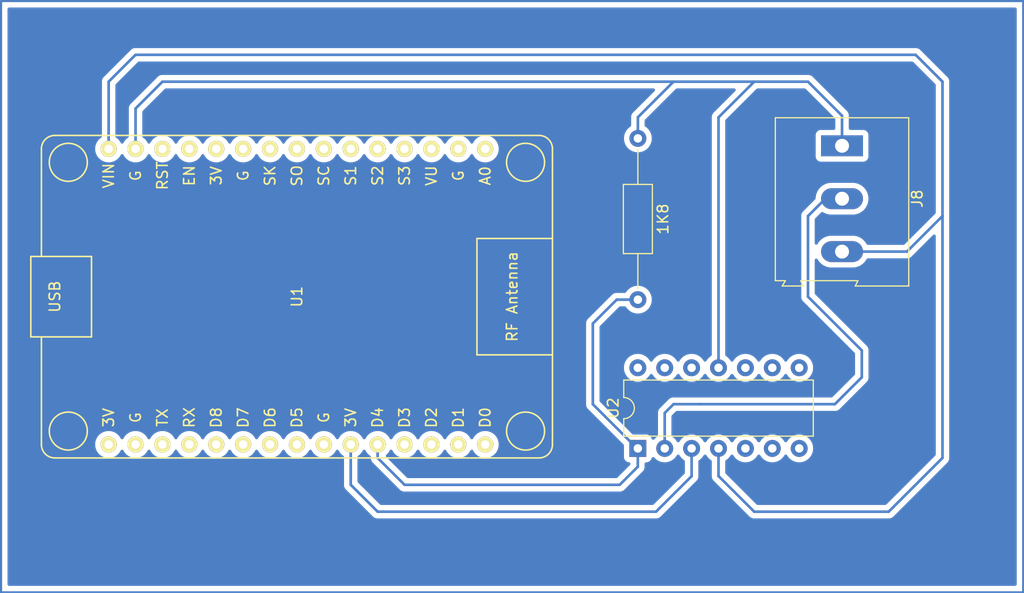
<source format=kicad_pcb>
(kicad_pcb (version 20211014) (generator pcbnew)
  (layers (0 "F.Cu" signal) (31 "B.Cu" signal) (34 "B.Paste" user) (35 "F.Paste" user) (36 "B.SilkS" user "B.Silkscreen") (37 "F.SilkS" user "F.Silkscreen") (38 "B.Mask" user) (39 "F.Mask" user) (44 "Edge.Cuts" user))
  (net 0 "")
  (net 1 "Net-(1K8-Pad1)")
  (net 2 "Net-(1K8-Pad2)")
  (net 24 "Net-(U1-Pad25)")
  (net 30 "Net-(J8-Pad2)")
  (net 31 "Net-(J8-Pad3)")
  (footprint "TerminalBlock:TerminalBlock_Altech_AK300-3_P5.00mm" (layer "F.Cu") (at 158.155 54.32 -90)
    (fp_text reference "J8" (at 5 -7.1 90) (layer "F.SilkS"))
    (fp_text value "Conn_01x03_Female")
    (fp_line (start 12.75 6.3) (end 12.75 5.35) (layer "F.SilkS") (width 0.12))
    (fp_line (start 13.25 5.65) (end 13.25 3.65) (layer "F.SilkS") (width 0.12))
    (fp_line (start -2.65 6.3) (end 12.75 6.3) (layer "F.SilkS") (width 0.12))
    (fp_line (start -2.65 -6.3) (end -2.65 6.3) (layer "F.SilkS") (width 0.12))
    (fp_line (start 13.25 -6.3) (end -2.65 -6.3) (layer "F.SilkS") (width 0.12))
    (fp_line (start 12.75 5.35) (end 13.25 5.65) (layer "F.SilkS") (width 0.12))
    (fp_line (start 12.75 3.9) (end 12.75 -1.5) (layer "F.SilkS") (width 0.12))
    (fp_line (start 13.25 3.65) (end 12.75 3.9) (layer "F.SilkS") (width 0.12))
    (fp_line (start 13.25 -1.25) (end 13.25 -6.3) (layer "F.SilkS") (width 0.12))
    (fp_line (start 12.75 -1.5) (end 13.25 -1.25) (layer "F.SilkS") (width 0.12))
    (pad "1" thru_hole rect (at 0 0 270) (size 1.98 3.96) (drill 1.32) (layers *.Cu *.Mask) (net 1 "Net-(1K8-Pad1)"))
    (pad "2" thru_hole oval (at 5 0 270) (size 1.98 3.96) (drill 1.32) (layers *.Cu *.Mask) (net 30 "Net-(J8-Pad2)"))
    (pad "3" thru_hole oval (at 10 0 270) (size 1.98 3.96) (drill 1.32) (layers *.Cu *.Mask) (net 31 "Net-(J8-Pad3)"))
  )
  (footprint "Package_DIP:DIP-14_W7.62mm" (layer "F.Cu") (at 138.87 82.92 90)
    (fp_text reference "U2" (at 3.81 -2.33 90) (layer "F.SilkS"))
    (fp_text value "LM324")
    (fp_line (start 6.46 16.57) (end 6.46 -1.33) (layer "F.SilkS") (width 0.12))
    (fp_line (start 2.81 -1.33) (end 1.16 -1.33) (layer "F.SilkS") (width 0.12))
    (fp_line (start 1.16 -1.33) (end 1.16 16.57) (layer "F.SilkS") (width 0.12))
    (fp_line (start 6.46 -1.33) (end 4.81 -1.33) (layer "F.SilkS") (width 0.12))
    (fp_line (start 1.16 16.57) (end 6.46 16.57) (layer "F.SilkS") (width 0.12))
    (fp_arc (start 4.81 -1.33) (mid 3.81 -0.33) (end 2.81 -1.33) (layer "F.SilkS") (width 0.12))
    (pad "1" thru_hole rect (at 0 0 90) (size 1.6 1.6) (drill 0.8) (layers *.Cu *.Mask) (net 2 "Net-(1K8-Pad2)"))
    (pad "2" thru_hole oval (at 0 2.54 90) (size 1.6 1.6) (drill 0.8) (layers *.Cu *.Mask) (net 30 "Net-(J8-Pad2)"))
    (pad "3" thru_hole oval (at 0 5.08 90) (size 1.6 1.6) (drill 0.8) (layers *.Cu *.Mask) (net 24 "Net-(U1-Pad25)"))
    (pad "4" thru_hole oval (at 0 7.62 90) (size 1.6 1.6) (drill 0.8) (layers *.Cu *.Mask) (net 31 "Net-(J8-Pad3)"))
    (pad "5" thru_hole oval (at 0 10.16 90) (size 1.6 1.6) (drill 0.8) (layers *.Cu *.Mask))
    (pad "6" thru_hole oval (at 0 12.7 90) (size 1.6 1.6) (drill 0.8) (layers *.Cu *.Mask))
    (pad "7" thru_hole oval (at 0 15.24 90) (size 1.6 1.6) (drill 0.8) (layers *.Cu *.Mask))
    (pad "8" thru_hole oval (at 7.62 15.24 90) (size 1.6 1.6) (drill 0.8) (layers *.Cu *.Mask))
    (pad "9" thru_hole oval (at 7.62 12.7 90) (size 1.6 1.6) (drill 0.8) (layers *.Cu *.Mask))
    (pad "10" thru_hole oval (at 7.62 10.16 90) (size 1.6 1.6) (drill 0.8) (layers *.Cu *.Mask))
    (pad "11" thru_hole oval (at 7.62 7.62 90) (size 1.6 1.6) (drill 0.8) (layers *.Cu *.Mask) (net 1 "Net-(1K8-Pad1)"))
    (pad "12" thru_hole oval (at 7.62 5.08 90) (size 1.6 1.6) (drill 0.8) (layers *.Cu *.Mask))
    (pad "13" thru_hole oval (at 7.62 2.54 90) (size 1.6 1.6) (drill 0.8) (layers *.Cu *.Mask))
    (pad "14" thru_hole oval (at 7.62 0 90) (size 1.6 1.6) (drill 0.8) (layers *.Cu *.Mask))
  )
  (footprint "ESP8366:NodeMCU1.0(12-E)" (layer "F.Cu") (at 106.68 68.58 -90)
    (fp_text reference "U1" (at 0 0 90) (layer "F.SilkS"))
    (fp_text value "NodeMCU1.0(ESP-12E)")
    (fp_text user "G" (at 11.43 -2.54 90) (layer "F.SilkS"))
    (fp_text user "RST" (at -11.43 12.7 90) (layer "F.SilkS"))
    (fp_text user "SK" (at -11.43 2.54 90) (layer "F.SilkS"))
    (fp_text user "SO" (at -11.43 0 90) (layer "F.SilkS"))
    (fp_text user "RF Antenna" (at 0 -20.32 90) (layer "F.SilkS"))
    (fp_text user "D6" (at 11.43 2.54 90) (layer "F.SilkS"))
    (fp_text user "A0" (at -11.43 -17.78 90) (layer "F.SilkS"))
    (fp_text user "G" (at 11.43 15.24 90) (layer "F.SilkS"))
    (fp_text user "G" (at -11.43 5.08 90) (layer "F.SilkS"))
    (fp_text user "G" (at -11.43 15.24 90) (layer "F.SilkS"))
    (fp_text user "S2" (at -11.43 -7.62 90) (layer "F.SilkS"))
    (fp_text user "3V" (at -11.43 7.62 90) (layer "F.SilkS"))
    (fp_text user "EN" (at -11.43 10.16 90) (layer "F.SilkS"))
    (fp_text user "RX" (at 11.43 10.16 90) (layer "F.SilkS"))
    (fp_text user "VU" (at -11.43 -12.7 90) (layer "F.SilkS"))
    (fp_text user "3V" (at 11.43 -5.08 90) (layer "F.SilkS"))
    (fp_text user "VIN" (at -11.43 17.78 90) (layer "F.SilkS"))
    (fp_text user "D1" (at 11.43 -15.24 90) (layer "F.SilkS"))
    (fp_text user "D0" (at 11.43 -17.78 90) (layer "F.SilkS"))
    (fp_text user "D3" (at 11.43 -10.16 90) (layer "F.SilkS"))
    (fp_text user "TX" (at 11.43 12.7 90) (layer "F.SilkS"))
    (fp_text user "G" (at -11.43 -15.24 90) (layer "F.SilkS"))
    (fp_text user "D8" (at 11.43 7.62 90) (layer "F.SilkS"))
    (fp_text user "3V" (at 11.43 17.78 90) (layer "F.SilkS"))
    (fp_text user "D7" (at 11.43 5.08 90) (layer "F.SilkS"))
    (fp_text user "SC" (at -11.43 -2.54 90) (layer "F.SilkS"))
    (fp_text user "D4" (at 11.43 -7.62 90) (layer "F.SilkS"))
    (fp_text user "USB" (at 0 22.86 90) (layer "F.SilkS"))
    (fp_text user "S1" (at -11.43 -5.08 90) (layer "F.SilkS"))
    (fp_text user "D5" (at 11.43 0 90) (layer "F.SilkS"))
    (fp_text user "S3" (at -11.43 -10.16 90) (layer "F.SilkS"))
    (fp_text user "D2" (at 11.43 -12.7 90) (layer "F.SilkS"))
    (fp_line (start -3.8 19.4) (end 3.8 19.4) (layer "F.SilkS") (width 0.15))
    (fp_line (start 5.5 -17) (end -5.5 -17) (layer "F.SilkS") (width 0.15))
    (fp_line (start -5.5 -17) (end -5.5 -24.13) (layer "F.SilkS") (width 0.15))
    (fp_line (start 5.5 -24.13) (end 5.5 -17) (layer "F.SilkS") (width 0.15))
    (fp_line (start 13.97 -24.13) (end -13.97 -24.13) (layer "F.SilkS") (width 0.15))
    (fp_line (start -3.8 25.13) (end -3.8 19.4) (layer "F.SilkS") (width 0.15))
    (fp_line (start -3.8 24.13) (end -13.97 24.13) (layer "F.SilkS") (width 0.15))
    (fp_line (start -15.24 -22.86) (end -15.24 22.86) (layer "F.SilkS") (width 0.15))
    (fp_line (start 13.98 24.13) (end 3.81 24.13) (layer "F.SilkS") (width 0.15))
    (fp_line (start 15.24 -22.86) (end 15.24 22.86) (layer "F.SilkS") (width 0.15))
    (fp_line (start 3.8 19.4) (end 3.8 25.13) (layer "F.SilkS") (width 0.15))
    (fp_line (start 3.8 25.13) (end -3.8 25.13) (layer "F.SilkS") (width 0.15))
    (fp_arc (start 13.97 -24.13) (mid 14.868026 -23.758026) (end 15.24 -22.86) (layer "F.SilkS") (width 0.15))
    (fp_arc (start -13.97 24.13) (mid -14.868026 23.758026) (end -15.24 22.86) (layer "F.SilkS") (width 0.15))
    (fp_arc (start 15.24 22.86) (mid 14.868026 23.758026) (end 13.97 24.13) (layer "F.SilkS") (width 0.15))
    (fp_arc (start -15.24 -22.86) (mid -14.868026 -23.758026) (end -13.97 -24.13) (layer "F.SilkS") (width 0.15))
    (fp_circle (center -12.7 21.59) (end -11.43 20.32) (layer "F.SilkS") (width 0.15) (fill none))
    (fp_circle (center 12.7 21.59) (end 13.97 20.32) (layer "F.SilkS") (width 0.15) (fill none))
    (fp_circle (center 12.7 -21.59) (end 13.97 -22.86) (layer "F.SilkS") (width 0.15) (fill none))
    (fp_circle (center -12.7 -21.59) (end -11.43 -22.86) (layer "F.SilkS") (width 0.15) (fill none))
    (pad "1" thru_hole circle locked (at -13.97 -17.78 270) (size 1.524 1.524) (drill 0.79375) (layers *.Cu *.Mask "F.SilkS"))
    (pad "2" thru_hole circle locked (at -13.97 -15.24 270) (size 1.524 1.524) (drill 0.79375) (layers *.Cu *.Mask "F.SilkS"))
    (pad "3" thru_hole circle locked (at -13.97 -12.7 270) (size 1.524 1.524) (drill 0.79375) (layers *.Cu *.Mask "F.SilkS"))
    (pad "4" thru_hole circle locked (at -13.97 -10.16 270) (size 1.524 1.524) (drill 0.79375) (layers *.Cu "F.SilkS" "F.Mask"))
    (pad "5" thru_hole circle locked (at -13.97 -7.62 270) (size 1.524 1.524) (drill 0.79375) (layers *.Cu *.Mask "F.SilkS"))
    (pad "6" thru_hole circle locked (at -13.97 -5.08 270) (size 1.524 1.524) (drill 0.79375) (layers *.Cu *.Mask "F.SilkS"))
    (pad "7" thru_hole circle locked (at -13.97 -2.54 270) (size 1.524 1.524) (drill 0.79375) (layers *.Cu *.Mask "F.SilkS"))
    (pad "8" thru_hole circle locked (at -13.97 0 270) (size 1.524 1.524) (drill 0.79375) (layers *.Cu *.Mask "F.SilkS"))
    (pad "9" thru_hole circle locked (at -13.97 2.54 270) (size 1.524 1.524) (drill 0.79375) (layers *.Cu *.Mask "F.SilkS"))
    (pad "10" thru_hole circle locked (at -13.97 5.08 270) (size 1.524 1.524) (drill 0.79375) (layers *.Cu *.Mask "F.SilkS"))
    (pad "11" thru_hole circle locked (at -13.97 7.62 270) (size 1.524 1.524) (drill 0.79375) (layers *.Cu *.Mask "F.SilkS"))
    (pad "12" thru_hole circle locked (at -13.97 10.16 270) (size 1.524 1.524) (drill 0.79375) (layers *.Cu *.Mask "F.SilkS"))
    (pad "13" thru_hole circle locked (at -13.97 12.7 270) (size 1.524 1.524) (drill 0.79375) (layers *.Cu *.Mask "F.SilkS"))
    (pad "14" thru_hole circle locked (at -13.97 15.24 270) (size 1.524 1.524) (drill 0.79375) (layers *.Cu *.Mask "F.SilkS") (net 1 "Net-(1K8-Pad1)"))
    (pad "15" thru_hole circle locked (at -13.97 17.78 270) (size 1.524 1.524) (drill 0.79375) (layers *.Cu *.Mask "F.SilkS") (net 31 "Net-(J8-Pad3)"))
    (pad "16" thru_hole circle locked (at 13.97 17.78 270) (size 1.524 1.524) (drill 0.79375) (layers *.Cu *.Mask "F.SilkS"))
    (pad "17" thru_hole circle locked (at 13.97 15.24 270) (size 1.524 1.524) (drill 0.79375) (layers *.Cu *.Mask "F.SilkS"))
    (pad "18" thru_hole circle locked (at 13.97 12.7 270) (size 1.524 1.524) (drill 0.79375) (layers *.Cu *.Mask "F.SilkS"))
    (pad "19" thru_hole circle locked (at 13.97 10.16 270) (size 1.524 1.524) (drill 0.79375) (layers *.Cu *.Mask "F.SilkS"))
    (pad "20" thru_hole circle locked (at 13.97 7.62 270) (size 1.524 1.524) (drill 0.79375) (layers *.Cu *.Mask "F.SilkS"))
    (pad "21" thru_hole circle locked (at 13.97 5.08 270) (size 1.524 1.524) (drill 0.79375) (layers *.Cu *.Mask "F.SilkS"))
    (pad "22" thru_hole circle locked (at 13.97 2.54 270) (size 1.524 1.524) (drill 0.79375) (layers *.Cu *.Mask "F.SilkS"))
    (pad "23" thru_hole circle locked (at 13.97 0 270) (size 1.524 1.524) (drill 0.79375) (layers *.Cu "F.SilkS" "B.Mask"))
    (pad "24" thru_hole circle locked (at 13.97 -2.54 270) (size 1.524 1.524) (drill 0.79375) (layers *.Cu *.Mask "F.SilkS"))
    (pad "25" thru_hole circle locked (at 13.97 -5.08 270) (size 1.524 1.524) (drill 0.79375) (layers *.Cu *.Mask "F.SilkS") (net 24 "Net-(U1-Pad25)"))
    (pad "26" thru_hole circle locked (at 13.97 -7.62 270) (size 1.524 1.524) (drill 0.79375) (layers *.Cu *.Mask "F.SilkS") (net 2 "Net-(1K8-Pad2)"))
    (pad "27" thru_hole circle locked (at 13.97 -10.16 270) (size 1.524 1.524) (drill 0.79375) (layers *.Cu *.Mask "F.SilkS"))
    (pad "28" thru_hole circle locked (at 13.97 -12.7 270) (size 1.524 1.524) (drill 0.79375) (layers *.Cu *.Mask "F.SilkS"))
    (pad "29" thru_hole circle locked (at 13.97 -15.24 270) (size 1.524 1.524) (drill 0.79375) (layers *.Cu *.Mask "F.SilkS"))
    (pad "30" thru_hole circle locked (at 13.97 -17.78 270) (size 1.524 1.524) (drill 0.79375) (layers *.Cu *.Mask "F.SilkS"))
  )
  (footprint "Resistor_THT:R_Axial_DIN0207_L6.3mm_D2.5mm_P15.24mm_Horizontal" (layer "F.Cu") (at 138.875 53.62 -90)
    (fp_text reference "1K8" (at 7.62 -2.37 90) (layer "F.SilkS"))
    (fp_text value "R1")
    (fp_line (start 4.35 -1.37) (end 4.35 1.37) (layer "F.SilkS") (width 0.12))
    (fp_line (start 14.2 0) (end 10.89 0) (layer "F.SilkS") (width 0.12))
    (fp_line (start 4.35 1.37) (end 10.89 1.37) (layer "F.SilkS") (width 0.12))
    (fp_line (start 10.89 -1.37) (end 4.35 -1.37) (layer "F.SilkS") (width 0.12))
    (fp_line (start 10.89 1.37) (end 10.89 -1.37) (layer "F.SilkS") (width 0.12))
    (fp_line (start 1.04 0) (end 4.35 0) (layer "F.SilkS") (width 0.12))
    (pad "1" thru_hole circle (at 0 0 270) (size 1.6 1.6) (drill 0.8) (layers *.Cu *.Mask) (net 1 "Net-(1K8-Pad1)"))
    (pad "2" thru_hole oval (at 15.24 0 270) (size 1.6 1.6) (drill 0.8) (layers *.Cu *.Mask) (net 2 "Net-(1K8-Pad2)"))
  )
  (gr_line (start 78.74 40.64) (end 175.26 40.64) (layer "B.Cu") (width 0.2))
  (gr_line (start 78.74 96.52) (end 175.26 96.52) (layer "B.Cu") (width 0.2))
  (gr_line (start 175.26 96.52) (end 175.26 40.64) (layer "B.Cu") (width 0.2))
  (gr_line (start 78.74 40.64) (end 78.74 96.52) (layer "B.Cu") (width 0.2))
  (segment (start 147.32 50.8) (end 149.86 48.26) (width 0.25) (layer "B.Cu") (net 1))
  (segment (start 138.875 53.62) (end 138.875 51.625) (width 0.25) (layer "B.Cu") (net 1))
  (segment (start 146.49 51.63) (end 147.32 50.8) (width 0.25) (layer "B.Cu") (net 1))
  (segment (start 146.49 75.3) (end 146.49 51.63) (width 0.25) (layer "B.Cu") (net 1))
  (segment (start 154.94 48.26) (end 158.155 51.475) (width 0.25) (layer "B.Cu") (net 1))
  (segment (start 142.24 48.26) (end 154.94 48.26) (width 0.25) (layer "B.Cu") (net 1))
  (segment (start 138.875 51.625) (end 142.24 48.26) (width 0.25) (layer "B.Cu") (net 1))
  (segment (start 91.44 50.8) (end 93.98 48.26) (width 0.25) (layer "B.Cu") (net 1))
  (segment (start 158.155 51.475) (end 158.155 54.32) (width 0.25) (layer "B.Cu") (net 1))
  (segment (start 93.98 48.26) (end 142.24 48.26) (width 0.25) (layer "B.Cu") (net 1))
  (segment (start 91.44 54.61) (end 91.44 50.8) (width 0.25) (layer "B.Cu") (net 1))
  (segment (start 114.3 83.82) (end 116.84 86.36) (width 0.25) (layer "B.Cu") (net 2))
  (segment (start 136.88 68.86) (end 134.62 71.12) (width 0.25) (layer "B.Cu") (net 2))
  (segment (start 138.8 82.92) (end 138.87 82.92) (width 0.25) (layer "B.Cu") (net 2))
  (segment (start 116.84 86.36) (end 137.16 86.36) (width 0.25) (layer "B.Cu") (net 2))
  (segment (start 138.87 84.65) (end 138.87 82.92) (width 0.25) (layer "B.Cu") (net 2))
  (segment (start 138.875 68.86) (end 136.88 68.86) (width 0.25) (layer "B.Cu") (net 2))
  (segment (start 134.62 71.12) (end 134.62 78.74) (width 0.25) (layer "B.Cu") (net 2))
  (segment (start 114.3 82.55) (end 114.3 83.82) (width 0.25) (layer "B.Cu") (net 2))
  (segment (start 134.62 78.74) (end 138.8 82.92) (width 0.25) (layer "B.Cu") (net 2))
  (segment (start 137.16 86.36) (end 138.87 84.65) (width 0.25) (layer "B.Cu") (net 2))
  (segment (start 143.95 82.92) (end 143.95 85.54078) (width 0.25) (layer "B.Cu") (net 24))
  (segment (start 114.3 88.9) (end 111.76 86.36) (width 0.25) (layer "B.Cu") (net 24))
  (segment (start 140.59078 88.9) (end 114.3 88.9) (width 0.25) (layer "B.Cu") (net 24))
  (segment (start 143.95 85.54078) (end 140.59078 88.9) (width 0.25) (layer "B.Cu") (net 24))
  (segment (start 111.76 86.36) (end 111.76 82.55) (width 0.25) (layer "B.Cu") (net 24))
  (segment (start 141.41 79.57) (end 142.24 78.74) (width 0.25) (layer "B.Cu") (net 30))
  (segment (start 142.24 78.74) (end 144.78 78.74) (width 0.25) (layer "B.Cu") (net 30))
  (segment (start 157.48 78.74) (end 144.78 78.74) (width 0.25) (layer "B.Cu") (net 30))
  (segment (start 154.94 68.58) (end 160.02 73.66) (width 0.25) (layer "B.Cu") (net 30))
  (segment (start 156.58 59.32) (end 154.94 60.96) (width 0.25) (layer "B.Cu") (net 30))
  (segment (start 141.41 82.92) (end 141.41 79.57) (width 0.25) (layer "B.Cu") (net 30))
  (segment (start 160.02 76.2) (end 157.48 78.74) (width 0.25) (layer "B.Cu") (net 30))
  (segment (start 158.155 59.32) (end 156.58 59.32) (width 0.25) (layer "B.Cu") (net 30))
  (segment (start 160.02 73.66) (end 160.02 76.2) (width 0.25) (layer "B.Cu") (net 30))
  (segment (start 154.94 60.96) (end 154.94 68.58) (width 0.25) (layer "B.Cu") (net 30))
  (segment (start 162.56 88.9) (end 167.64 83.82) (width 0.25) (layer "B.Cu") (net 31))
  (segment (start 149.86 88.9) (end 154.94 88.9) (width 0.25) (layer "B.Cu") (net 31))
  (segment (start 88.9 48.26) (end 91.44 45.72) (width 0.25) (layer "B.Cu") (net 31))
  (segment (start 167.64 60.96) (end 164.28 64.32) (width 0.25) (layer "B.Cu") (net 31))
  (segment (start 91.44 45.72) (end 165.1 45.72) (width 0.25) (layer "B.Cu") (net 31))
  (segment (start 167.64 48.26) (end 167.64 60.96) (width 0.25) (layer "B.Cu") (net 31))
  (segment (start 146.49 85.53) (end 149.86 88.9) (width 0.25) (layer "B.Cu") (net 31))
  (segment (start 164.28 64.32) (end 158.155 64.32) (width 0.25) (layer "B.Cu") (net 31))
  (segment (start 167.64 83.82) (end 167.64 60.96) (width 0.25) (layer "B.Cu") (net 31))
  (segment (start 146.49 82.92) (end 146.49 85.53) (width 0.25) (layer "B.Cu") (net 31))
  (segment (start 154.94 88.9) (end 162.56 88.9) (width 0.25) (layer "B.Cu") (net 31))
  (segment (start 165.1 45.72) (end 167.64 48.26) (width 0.25) (layer "B.Cu") (net 31))
  (segment (start 88.9 54.61) (end 88.9 48.26) (width 0.25) (layer "B.Cu") (net 31))
  (zone (net 0) (net_name "") (layer "B.Cu") (connect_pads (clearance 0.508)) (min_thickness 0.3) (fill yes (thermal_gap 0.508) (thermal_bridge_width 0.508))
    (polygon (pts (xy 175.26 96.52) (xy 78.74 96.52) (xy 78.74 40.64) (xy 175.26 40.64)))
  )
)
</source>
